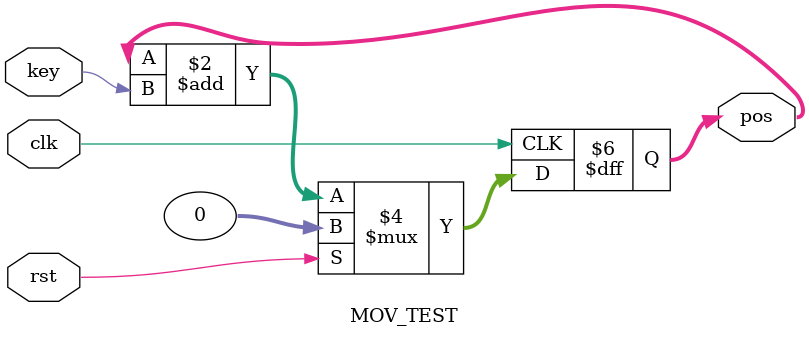
<source format=v>
module MOV_TEST(
    input wire clk,
    input wire rst,
    input wire key,
    output reg [31:0] pos

);

    always @(posedge clk)
        if(rst)
            pos <= 0;
        else
            pos <= pos + key;

endmodule
</source>
